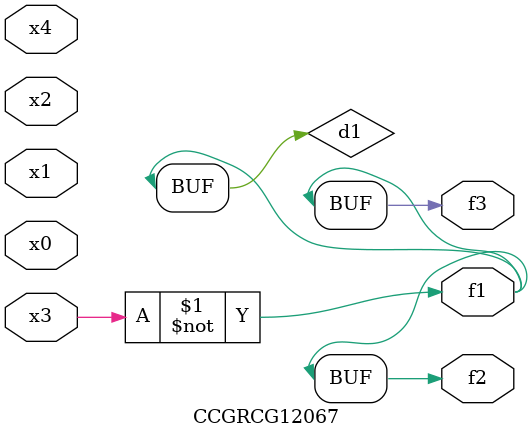
<source format=v>
module CCGRCG12067(
	input x0, x1, x2, x3, x4,
	output f1, f2, f3
);

	wire d1, d2;

	xnor (d1, x3);
	not (d2, x1);
	assign f1 = d1;
	assign f2 = d1;
	assign f3 = d1;
endmodule

</source>
